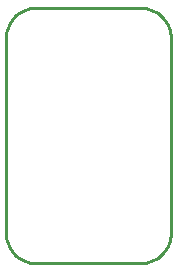
<source format=gbr>
G04 EAGLE Gerber RS-274X export*
G75*
%MOMM*%
%FSLAX34Y34*%
%LPD*%
%IN*%
%IPPOS*%
%AMOC8*
5,1,8,0,0,1.08239X$1,22.5*%
G01*
%ADD10C,0.254000*%


D10*
X0Y25400D02*
X97Y23186D01*
X386Y20989D01*
X865Y18826D01*
X1532Y16713D01*
X2380Y14666D01*
X3403Y12700D01*
X4594Y10831D01*
X5942Y9073D01*
X7440Y7440D01*
X9073Y5942D01*
X10831Y4594D01*
X12700Y3403D01*
X14666Y2380D01*
X16713Y1532D01*
X18826Y865D01*
X20989Y386D01*
X23186Y97D01*
X25400Y0D01*
X114300Y0D01*
X116514Y97D01*
X118711Y386D01*
X120874Y865D01*
X122987Y1532D01*
X125035Y2380D01*
X127000Y3403D01*
X128869Y4594D01*
X130627Y5942D01*
X132261Y7440D01*
X133758Y9073D01*
X135106Y10831D01*
X136297Y12700D01*
X137320Y14666D01*
X138168Y16713D01*
X138835Y18826D01*
X139314Y20989D01*
X139603Y23186D01*
X139700Y25400D01*
X139700Y190500D01*
X139603Y192714D01*
X139314Y194911D01*
X138835Y197074D01*
X138168Y199187D01*
X137320Y201235D01*
X136297Y203200D01*
X135106Y205069D01*
X133758Y206827D01*
X132261Y208461D01*
X130627Y209958D01*
X128869Y211306D01*
X127000Y212497D01*
X125035Y213520D01*
X122987Y214368D01*
X120874Y215035D01*
X118711Y215514D01*
X116514Y215803D01*
X114300Y215900D01*
X25400Y215900D01*
X23186Y215803D01*
X20989Y215514D01*
X18826Y215035D01*
X16713Y214368D01*
X14666Y213520D01*
X12700Y212497D01*
X10831Y211306D01*
X9073Y209958D01*
X7440Y208461D01*
X5942Y206827D01*
X4594Y205069D01*
X3403Y203200D01*
X2380Y201235D01*
X1532Y199187D01*
X865Y197074D01*
X386Y194911D01*
X97Y192714D01*
X0Y190500D01*
X0Y25400D01*
M02*

</source>
